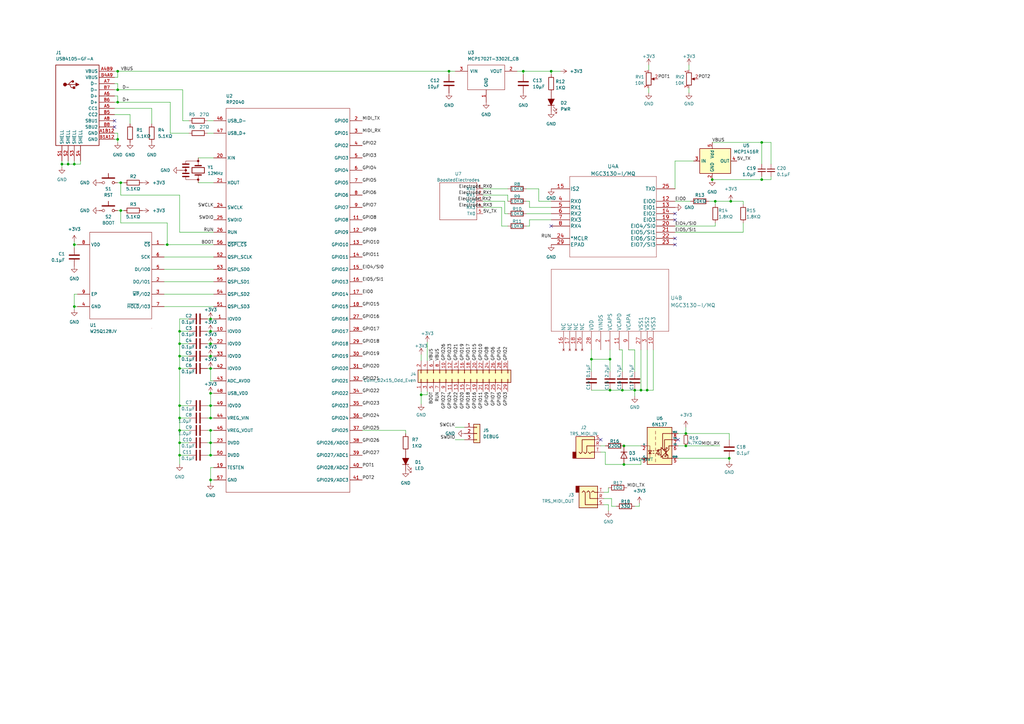
<source format=kicad_sch>
(kicad_sch (version 20211123) (generator eeschema)
  (paper "A3")
  (title_block (title "3ddie") (date "2022-10-30") (rev "1") (company "Jacob Smilg, Grant Miner, & Max Stopyra") (comment 1 "MGC3130 Based 3D Gesture MIDI Controller"))
  (junction (at 73.66 146.05))
  (junction (at 25.4 67.31))
  (junction (at 73.66 176.53))
  (junction (at 281.305 177.8))
  (junction (at 86.36 146.05))
  (junction (at 86.36 151.13))
  (junction (at 299.085 187.96))
  (junction (at 73.66 166.37))
  (junction (at 73.66 181.61))
  (junction (at 262.89 160.02))
  (junction (at 214.63 29.21))
  (junction (at 312.42 73.66))
  (junction (at 265.43 160.02))
  (junction (at 255.905 190.5))
  (junction (at 260.35 160.02))
  (junction (at 299.72 82.55))
  (junction (at 86.36 176.53))
  (junction (at 30.48 125.73))
  (junction (at 73.66 171.45))
  (junction (at 48.26 36.83))
  (junction (at 242.57 147.32))
  (junction (at 255.905 182.88))
  (junction (at 30.48 100.33))
  (junction (at 293.37 82.55))
  (junction (at 281.305 182.88))
  (junction (at 48.26 29.21))
  (junction (at 86.36 161.29))
  (junction (at 226.06 29.21))
  (junction (at 86.36 130.81))
  (junction (at 30.48 67.31))
  (junction (at 86.36 166.37))
  (junction (at 86.36 171.45))
  (junction (at 48.26 41.91))
  (junction (at 73.66 186.69))
  (junction (at 49.53 74.93))
  (junction (at 86.36 181.61))
  (junction (at 86.36 186.69))
  (junction (at 184.15 29.21))
  (junction (at 250.19 160.02))
  (junction (at 86.36 196.85))
  (junction (at 48.26 57.15))
  (junction (at 255.27 160.02))
  (junction (at 49.53 86.36))
  (junction (at 27.94 67.31))
  (junction (at 86.36 135.89))
  (junction (at 250.19 147.32))
  (junction (at 68.58 100.33))
  (junction (at 172.72 161.925))
  (junction (at 73.66 151.13))
  (junction (at 292.1 73.66))
  (junction (at 73.66 140.97))
  (junction (at 86.36 140.97))
  (junction (at 73.66 135.89))
  (junction (at 312.42 58.42))
  (no_connect (at 276.86 97.79))
  (no_connect (at 276.86 100.33))
  (no_connect (at 276.86 87.63))
  (no_connect (at 276.86 90.17))
  (no_connect (at 278.13 180.34))
  (no_connect (at 226.06 92.71))
  (no_connect (at 46.99 52.07))
  (no_connect (at 246.38 180.34))
  (no_connect (at 46.99 49.53))
  (wire (pts (xy 73.66 176.53) (xy 77.47 176.53)))
  (wire (pts (xy 25.4 68.58) (xy 25.4 67.31)))
  (wire (pts (xy 73.66 140.97) (xy 73.66 135.89)))
  (wire (pts (xy 172.72 161.925) (xy 172.72 165.735)))
  (wire (pts (xy 73.66 80.01) (xy 73.66 95.25)))
  (wire (pts (xy 260.35 207.645) (xy 262.255 207.645)))
  (wire (pts (xy 48.26 54.61) (xy 48.26 57.15)))
  (wire (pts (xy 87.63 130.81) (xy 86.36 130.81)))
  (wire (pts (xy 249.555 207.01) (xy 249.555 209.55)))
  (wire (pts (xy 278.13 182.88) (xy 281.305 182.88)))
  (wire (pts (xy 48.26 36.83) (xy 46.99 36.83)))
  (wire (pts (xy 220.98 77.47) (xy 220.98 82.55)))
  (wire (pts (xy 250.825 204.47) (xy 250.825 207.645)))
  (wire (pts (xy 73.66 190.5) (xy 73.66 186.69)))
  (wire (pts (xy 27.94 67.31) (xy 30.48 67.31)))
  (wire (pts (xy 49.53 74.93) (xy 49.53 80.01)))
  (wire (pts (xy 73.66 171.45) (xy 77.47 171.45)))
  (wire (pts (xy 266.065 36.195) (xy 266.065 38.1)))
  (wire (pts (xy 255.27 143.51) (xy 255.27 152.4)))
  (wire (pts (xy 172.72 145.415) (xy 172.72 147.955)))
  (wire (pts (xy 276.86 82.55) (xy 283.21 82.55)))
  (wire (pts (xy 74.93 49.53) (xy 77.47 49.53)))
  (wire (pts (xy 316.23 72.39) (xy 316.23 73.66)))
  (wire (pts (xy 255.905 182.88) (xy 262.89 182.88)))
  (wire (pts (xy 86.36 191.77) (xy 86.36 196.85)))
  (wire (pts (xy 278.13 187.96) (xy 299.085 187.96)))
  (wire (pts (xy 86.36 151.13) (xy 87.63 151.13)))
  (wire (pts (xy 49.53 86.36) (xy 50.8 86.36)))
  (wire (pts (xy 86.36 146.05) (xy 87.63 146.05)))
  (wire (pts (xy 175.26 161.925) (xy 172.72 161.925)))
  (wire (pts (xy 46.99 46.99) (xy 53.34 46.99)))
  (wire (pts (xy 292.1 73.66) (xy 312.42 73.66)))
  (wire (pts (xy 49.53 91.44) (xy 68.58 91.44)))
  (wire (pts (xy 86.36 135.89) (xy 87.63 135.89)))
  (wire (pts (xy 67.31 110.49) (xy 87.63 110.49)))
  (wire (pts (xy 226.06 85.09) (xy 217.17 85.09)))
  (wire (pts (xy 30.48 120.65) (xy 30.48 125.73)))
  (wire (pts (xy 316.23 73.66) (xy 312.42 73.66)))
  (wire (pts (xy 86.36 161.29) (xy 86.36 166.37)))
  (wire (pts (xy 175.26 140.335) (xy 175.26 147.955)))
  (wire (pts (xy 312.42 67.31) (xy 312.42 58.42)))
  (wire (pts (xy 62.23 44.45) (xy 62.23 50.8)))
  (wire (pts (xy 46.99 44.45) (xy 62.23 44.45)))
  (wire (pts (xy 86.36 186.69) (xy 87.63 186.69)))
  (wire (pts (xy 220.98 82.55) (xy 226.06 82.55)))
  (wire (pts (xy 73.66 146.05) (xy 77.47 146.05)))
  (wire (pts (xy 86.36 166.37) (xy 87.63 166.37)))
  (wire (pts (xy 86.36 171.45) (xy 87.63 171.45)))
  (wire (pts (xy 69.85 54.61) (xy 77.47 54.61)))
  (wire (pts (xy 25.4 66.04) (xy 25.4 67.31)))
  (wire (pts (xy 73.66 176.53) (xy 73.66 171.45)))
  (wire (pts (xy 212.09 29.21) (xy 214.63 29.21)))
  (wire (pts (xy 48.26 36.83) (xy 74.93 36.83)))
  (wire (pts (xy 198.12 82.55) (xy 207.01 82.55)))
  (wire (pts (xy 73.66 151.13) (xy 73.66 166.37)))
  (wire (pts (xy 281.305 177.8) (xy 299.085 177.8)))
  (wire (pts (xy 217.17 85.09) (xy 217.17 82.55)))
  (wire (pts (xy 175.26 160.655) (xy 175.26 161.925)))
  (wire (pts (xy 198.12 80.01) (xy 208.28 80.01)))
  (wire (pts (xy 250.19 143.51) (xy 250.19 147.32)))
  (wire (pts (xy 48.26 57.15) (xy 46.99 57.15)))
  (wire (pts (xy 30.48 125.73) (xy 30.48 127)))
  (wire (pts (xy 248.285 190.5) (xy 255.905 190.5)))
  (wire (pts (xy 254 143.51) (xy 255.27 143.51)))
  (wire (pts (xy 68.58 100.33) (xy 87.63 100.33)))
  (wire (pts (xy 48.26 41.91) (xy 69.85 41.91)))
  (wire (pts (xy 85.09 135.89) (xy 86.36 135.89)))
  (wire (pts (xy 247.65 207.01) (xy 249.555 207.01)))
  (wire (pts (xy 46.99 41.91) (xy 48.26 41.91)))
  (wire (pts (xy 73.66 95.25) (xy 87.63 95.25)))
  (wire (pts (xy 68.58 91.44) (xy 68.58 100.33)))
  (wire (pts (xy 73.66 140.97) (xy 77.47 140.97)))
  (wire (pts (xy 48.26 41.91) (xy 48.26 39.37)))
  (wire (pts (xy 48.26 57.15) (xy 48.26 58.42)))
  (wire (pts (xy 73.66 166.37) (xy 77.47 166.37)))
  (wire (pts (xy 73.66 135.89) (xy 77.47 135.89)))
  (wire (pts (xy 48.26 34.29) (xy 48.26 36.83)))
  (wire (pts (xy 246.38 182.88) (xy 248.285 182.88)))
  (wire (pts (xy 186.69 180.34) (xy 190.5 180.34)))
  (wire (pts (xy 293.37 82.55) (xy 293.37 83.82)))
  (wire (pts (xy 226.06 29.21) (xy 229.87 29.21)))
  (wire (pts (xy 31.75 125.73) (xy 30.48 125.73)))
  (wire (pts (xy 184.15 29.21) (xy 186.69 29.21)))
  (wire (pts (xy 249.555 201.93) (xy 249.555 200.025)))
  (wire (pts (xy 67.31 125.73) (xy 87.63 125.73)))
  (wire (pts (xy 248.285 185.42) (xy 246.38 185.42)))
  (wire (pts (xy 276.86 95.25) (xy 304.8 95.25)))
  (wire (pts (xy 69.85 41.91) (xy 69.85 54.61)))
  (wire (pts (xy 242.57 147.32) (xy 250.19 147.32)))
  (wire (pts (xy 73.66 135.89) (xy 73.66 130.81)))
  (wire (pts (xy 30.48 100.33) (xy 31.75 100.33)))
  (wire (pts (xy 49.53 86.36) (xy 49.53 91.44)))
  (wire (pts (xy 74.93 36.83) (xy 74.93 49.53)))
  (wire (pts (xy 85.09 166.37) (xy 86.36 166.37)))
  (wire (pts (xy 48.26 74.93) (xy 49.53 74.93)))
  (wire (pts (xy 46.99 29.21) (xy 48.26 29.21)))
  (wire (pts (xy 67.31 100.33) (xy 68.58 100.33)))
  (wire (pts (xy 46.99 34.29) (xy 48.26 34.29)))
  (wire (pts (xy 215.9 77.47) (xy 220.98 77.47)))
  (wire (pts (xy 30.48 66.04) (xy 30.48 67.31)))
  (wire (pts (xy 242.57 160.02) (xy 250.19 160.02)))
  (wire (pts (xy 267.97 143.51) (xy 267.97 160.02)))
  (wire (pts (xy 247.65 204.47) (xy 250.825 204.47)))
  (wire (pts (xy 242.57 147.32) (xy 242.57 143.51)))
  (wire (pts (xy 86.36 176.53) (xy 86.36 181.61)))
  (wire (pts (xy 247.65 201.93) (xy 249.555 201.93)))
  (wire (pts (xy 48.26 29.21) (xy 184.15 29.21)))
  (wire (pts (xy 276.86 77.47) (xy 276.86 66.04)))
  (wire (pts (xy 266.065 26.67) (xy 266.065 28.575)))
  (wire (pts (xy 262.89 190.5) (xy 262.89 187.96)))
  (wire (pts (xy 250.19 160.02) (xy 255.27 160.02)))
  (wire (pts (xy 73.66 181.61) (xy 73.66 176.53)))
  (wire (pts (xy 281.305 175.26) (xy 281.305 177.8)))
  (wire (pts (xy 255.27 160.02) (xy 260.35 160.02)))
  (wire (pts (xy 184.15 30.48) (xy 184.15 29.21)))
  (wire (pts (xy 262.89 143.51) (xy 262.89 160.02)))
  (wire (pts (xy 276.86 92.71) (xy 293.37 92.71)))
  (wire (pts (xy 217.17 90.17) (xy 217.17 92.71)))
  (wire (pts (xy 48.26 29.21) (xy 48.26 31.75)))
  (wire (pts (xy 67.31 120.65) (xy 87.63 120.65)))
  (wire (pts (xy 248.285 190.5) (xy 248.285 185.42)))
  (wire (pts (xy 265.43 143.51) (xy 265.43 160.02)))
  (wire (pts (xy 316.23 67.31) (xy 316.23 58.42)))
  (wire (pts (xy 49.53 80.01) (xy 73.66 80.01)))
  (wire (pts (xy 186.69 175.26) (xy 190.5 175.26)))
  (wire (pts (xy 299.085 177.8) (xy 299.085 180.34)))
  (wire (pts (xy 30.48 99.06) (xy 30.48 100.33)))
  (wire (pts (xy 265.43 160.02) (xy 262.89 160.02)))
  (wire (pts (xy 31.75 120.65) (xy 30.48 120.65)))
  (wire (pts (xy 304.8 91.44) (xy 304.8 95.25)))
  (wire (pts (xy 87.63 176.53) (xy 86.36 176.53)))
  (wire (pts (xy 260.35 162.56) (xy 260.35 160.02)))
  (wire (pts (xy 260.35 143.51) (xy 260.35 152.4)))
  (wire (pts (xy 281.305 182.88) (xy 295.275 182.88)))
  (wire (pts (xy 293.37 91.44) (xy 293.37 92.71)))
  (wire (pts (xy 85.09 186.69) (xy 86.36 186.69)))
  (wire (pts (xy 48.26 31.75) (xy 46.99 31.75)))
  (wire (pts (xy 276.86 66.04) (xy 284.48 66.04)))
  (wire (pts (xy 85.09 181.61) (xy 86.36 181.61)))
  (wire (pts (xy 86.36 196.85) (xy 86.36 198.12)))
  (wire (pts (xy 33.02 67.31) (xy 33.02 66.04)))
  (wire (pts (xy 278.13 177.8) (xy 281.305 177.8)))
  (wire (pts (xy 85.09 176.53) (xy 86.36 176.53)))
  (wire (pts (xy 30.48 67.31) (xy 33.02 67.31)))
  (wire (pts (xy 48.26 39.37) (xy 46.99 39.37)))
  (wire (pts (xy 226.06 29.21) (xy 226.06 30.48)))
  (wire (pts (xy 46.99 54.61) (xy 48.26 54.61)))
  (wire (pts (xy 166.37 177.8) (xy 166.37 176.53)))
  (wire (pts (xy 86.36 140.97) (xy 87.63 140.97)))
  (wire (pts (xy 208.28 80.01) (xy 208.28 82.55)))
  (wire (pts (xy 81.28 74.93) (xy 87.63 74.93)))
  (wire (pts (xy 242.57 147.32) (xy 242.57 152.4)))
  (wire (pts (xy 53.34 46.99) (xy 53.34 50.8)))
  (wire (pts (xy 207.01 82.55) (xy 207.01 87.63)))
  (wire (pts (xy 267.97 160.02) (xy 265.43 160.02)))
  (wire (pts (xy 226.06 90.17) (xy 217.17 90.17)))
  (wire (pts (xy 290.83 82.55) (xy 293.37 82.55)))
  (wire (pts (xy 73.66 186.69) (xy 77.47 186.69)))
  (wire (pts (xy 262.255 206.375) (xy 262.255 207.645)))
  (wire (pts (xy 48.26 86.36) (xy 49.53 86.36)))
  (wire (pts (xy 257.81 143.51) (xy 260.35 143.51)))
  (wire (pts (xy 85.09 146.05) (xy 86.36 146.05)))
  (wire (pts (xy 214.63 29.21) (xy 214.63 30.48)))
  (wire (pts (xy 250.19 147.32) (xy 250.19 152.4)))
  (wire (pts (xy 86.36 151.13) (xy 86.36 156.21)))
  (wire (pts (xy 312.42 72.39) (xy 312.42 73.66)))
  (wire (pts (xy 86.36 181.61) (xy 86.36 186.69)))
  (wire (pts (xy 86.36 166.37) (xy 86.36 171.45)))
  (wire (pts (xy 73.66 181.61) (xy 77.47 181.61)))
  (wire (pts (xy 87.63 196.85) (xy 86.36 196.85)))
  (wire (pts (xy 205.74 85.09) (xy 198.12 85.09)))
  (wire (pts (xy 86.36 156.21) (xy 87.63 156.21)))
  (wire (pts (xy 73.66 151.13) (xy 77.47 151.13)))
  (wire (pts (xy 304.8 83.82) (xy 304.8 82.55)))
  (wire (pts (xy 260.35 160.02) (xy 262.89 160.02)))
  (wire (pts (xy 299.085 187.96) (xy 299.085 189.23)))
  (wire (pts (xy 148.59 176.53) (xy 166.37 176.53)))
  (wire (pts (xy 217.17 92.71) (xy 215.9 92.71)))
  (wire (pts (xy 293.37 82.55) (xy 299.72 82.55)))
  (wire (pts (xy 73.66 186.69) (xy 73.66 181.61)))
  (wire (pts (xy 25.4 67.31) (xy 27.94 67.31)))
  (wire (pts (xy 282.575 26.67) (xy 282.575 28.575)))
  (wire (pts (xy 85.09 130.81) (xy 86.36 130.81)))
  (wire (pts (xy 49.53 74.93) (xy 50.8 74.93)))
  (wire (pts (xy 87.63 191.77) (xy 86.36 191.77)))
  (wire (pts (xy 27.94 66.04) (xy 27.94 67.31)))
  (wire (pts (xy 172.72 160.655) (xy 172.72 161.925)))
  (wire (pts (xy 312.42 58.42) (xy 292.1 58.42)))
  (wire (pts (xy 198.12 77.47) (xy 208.28 77.47)))
  (wire (pts (xy 85.09 49.53) (xy 87.63 49.53)))
  (wire (pts (xy 73.66 171.45) (xy 73.66 166.37)))
  (wire (pts (xy 67.31 115.57) (xy 87.63 115.57)))
  (wire (pts (xy 207.01 87.63) (xy 208.28 87.63)))
  (wire (pts (xy 86.36 181.61) (xy 87.63 181.61)))
  (wire (pts (xy 316.23 58.42) (xy 312.42 58.42)))
  (wire (pts (xy 85.09 140.97) (xy 86.36 140.97)))
  (wire (pts (xy 214.63 29.21) (xy 226.06 29.21)))
  (wire (pts (xy 205.74 92.71) (xy 205.74 85.09)))
  (wire (pts (xy 73.66 146.05) (xy 73.66 140.97)))
  (wire (pts (xy 217.17 82.55) (xy 215.9 82.55)))
  (wire (pts (xy 73.66 151.13) (xy 73.66 146.05)))
  (wire (pts (xy 86.36 161.29) (xy 87.63 161.29)))
  (wire (pts (xy 250.825 207.645) (xy 252.73 207.645)))
  (wire (pts (xy 208.28 92.71) (xy 205.74 92.71)))
  (wire (pts (xy 85.09 54.61) (xy 87.63 54.61)))
  (wire (pts (xy 85.09 151.13) (xy 86.36 151.13)))
  (wire (pts (xy 30.48 101.6) (xy 30.48 100.33)))
  (wire (pts (xy 282.575 36.195) (xy 282.575 38.1)))
  (wire (pts (xy 304.8 82.55) (xy 299.72 82.55)))
  (wire (pts (xy 85.09 171.45) (xy 86.36 171.45)))
  (wire (pts (xy 73.66 130.81) (xy 77.47 130.81)))
  (wire (pts (xy 81.28 64.77) (xy 87.63 64.77)))
  (wire (pts (xy 215.9 87.63) (xy 226.06 87.63)))
  (wire (pts (xy 255.905 190.5) (xy 262.89 190.5)))
  (wire (pts (xy 67.31 105.41) (xy 87.63 105.41)))
  (label "SWDIO" (at 186.69 180.34 180))
  (label "GPIO10" (at 198.12 147.955 90))
  (label "VBUS" (at 177.8 147.955 90))
  (label "GPIO9" (at 148.59 95.25 0))
  (label "GPIO15" (at 195.58 147.955 90))
  (label "GPIO9" (at 200.66 160.655 270))
  (label "GPIO3" (at 148.59 64.77 0))
  (label "GPIO11" (at 198.12 160.655 270))
  (label "MIDI_RX" (at 148.59 54.61 0))
  (label "EIO5{slash}SI1" (at 276.86 95.25 0))
  (label "GPIO7" (at 148.59 85.09 0))
  (label "VBUS" (at 292.1 58.42 0))
  (label "POT2" (at 148.59 196.85 0))
  (label "5V_TX" (at 198.12 87.63 0))
  (label "Electrode_RX3" (at 201.93 85.09 180))
  (label "VBUS" (at 180.34 147.955 90))
  (label "GPIO10" (at 148.59 100.33 0))
  (label "RUN" (at 180.34 160.655 270))
  (label "GPIO6" (at 148.59 80.01 0))
  (label "Electrode_RX1" (at 201.8667 80.01 180))
  (label "GPIO15" (at 148.59 125.73 0))
  (label "GPIO20" (at 190.5 160.655 270))
  (label "RUN" (at 87.63 95.25 180))
  (label "EIO0" (at 148.59 120.65 0))
  (label "GPIO24" (at 185.42 160.655 270))
  (label "EIO5{slash}SI1" (at 148.59 115.57 0))
  (label "MIDI_RX" (at 295.275 182.88 180))
  (label "POT1" (at 148.59 191.77 0))
  (label "GPIO17" (at 193.04 147.955 90))
  (label "SWCLK" (at 186.69 175.26 180))
  (label "GPIO24" (at 148.59 171.45 0))
  (label "GPIO21" (at 187.96 147.955 90))
  (label "GPIO2" (at 208.28 147.955 90))
  (label "GPIO23" (at 185.42 147.955 90))
  (label "MIDI_TX" (at 257.175 200.025 0))
  (label "GPIO3" (at 208.28 160.655 270))
  (label "VBUS" (at 49.53 29.21 0))
  (label "GPIO23" (at 148.59 166.37 0))
  (label "GPIO8" (at 148.59 90.17 0))
  (label "EIO0" (at 276.86 82.55 0))
  (label "GPIO27" (at 148.59 186.69 0))
  (label "GPIO6" (at 203.2 147.955 90))
  (label "GPIO17" (at 148.59 135.89 0))
  (label "GPIO22" (at 148.59 161.29 0))
  (label "EIO4{slash}SI0" (at 276.86 92.71 0))
  (label "D-" (at 50.165 36.83 0))
  (label "GPIO26" (at 148.59 181.61 0))
  (label "GPIO5" (at 205.74 160.655 270))
  (label "GPIO21" (at 148.59 156.21 0))
  (label "Electrode_RX2" (at 201.5449 82.55 180))
  (label "BOOT" (at 177.8 160.655 270))
  (label "RUN" (at 226.06 97.79 180))
  (label "GPIO16" (at 195.58 160.655 270))
  (label "GPIO18" (at 193.04 160.655 270))
  (label "GPIO27" (at 182.88 160.655 270))
  (label "GPIO4" (at 148.59 69.85 0))
  (label "GPIO4" (at 205.74 147.955 90))
  (label "SWDIO" (at 87.63 90.17 180))
  (label "GPIO5" (at 148.59 74.93 0))
  (label "GPIO22" (at 187.96 160.655 270))
  (label "GPIO8" (at 200.66 147.955 90))
  (label "BOOT" (at 87.63 100.33 180))
  (label "GPIO2" (at 148.59 59.69 0))
  (label "POT1" (at 269.875 32.385 0))
  (label "GPIO19" (at 190.5 147.955 90))
  (label "GPIO7" (at 203.2 160.655 270))
  (label "GPIO18" (at 148.59 140.97 0))
  (label "GPIO16" (at 148.59 130.81 0))
  (label "GPIO26" (at 182.88 147.955 90))
  (label "Electrode_RX0" (at 201.93 77.47 180))
  (label "GPIO20" (at 148.59 151.13 0))
  (label "POT2" (at 286.385 32.385 0))
  (label "5V_TX" (at 302.26 66.04 0))
  (label "D+" (at 50.165 41.91 0))
  (label "EIO4{slash}SI0" (at 148.59 110.49 0))
  (label "GPIO25" (at 148.59 176.53 0))
  (label "SWCLK" (at 87.63 85.09 180))
  (label "GPIO19" (at 148.59 146.05 0))
  (label "GPIO11" (at 148.59 105.41 0))
  (label "MIDI_TX" (at 148.59 49.53 0))
  (symbol (lib_id "3ddie:BoostedElectrodes") (at 187.96 74.93 0) (unit 1) (in_bom no) (on_board no)
    (property "Reference" "U7" (at 187.96 71.281 0))
    (property "Value" "BoostedElectrodes" (at 187.96 73.8179 0))
  )
  (symbol (lib_id "Connector_Generic:Conn_02x15_Odd_Even") (at 190.5 155.575 90) (unit 1)
    (property "Reference" "J4" (at 170.688 153.4703 90) (effects (justify left)))
    (property "Value" "Conn_02x15_Odd_Even" (at 170.688 156.0072 90) (effects (justify left)))
    (property "Footprint" "Connector_IDC:IDC-Header_2x15_P2.54mm_Horizontal" (effects hide))
    (property "Datasheet" "https://app.adam-tech.com/products/download/data_sheet/203217/bhr-xx-hua-data-sheet.pdf" (effects hide))
    (property "Digikey Catalog #" "2057-BHR-30-HUA-ND" (effects hide))
    (property "Manufacturer Part #" "BHR-30-HUA" (effects hide))
  )
  (symbol (lib_id "Device:R") (at 62.23 54.61 0) (unit 1)
    (property "Reference" "R4" (at 64.77 53.3399 0) (effects (justify left)))
    (property "Value" "5.1KΩ" (at 64.77 55.8799 0) (effects (justify left)))
    (property "Footprint" "Resistor_SMD:R_0603_1608Metric" (effects hide))
    (property "Digikey Catalog #" "P5.10KHCT-ND" (effects hide))
    (property "Manufacturer Part #" "ERJ-3EKF5101V" (effects hide))
  )
  (symbol (lib_id "Device:R") (at 226.06 34.29 0) (unit 1)
    (property "Reference" "R12" (at 227.838 33.4553 0) (effects (justify left)))
    (property "Value" "1KΩ" (at 227.838 35.9922 0) (effects (justify left)))
    (property "Footprint" "Resistor_SMD:R_0603_1608Metric" (effects hide))
    (property "Digikey Catalog #" "311-1.00KHRCT-ND" (effects hide))
    (property "Manufacturer Part #" "RC0603FR-071KL" (effects hide))
  )
  (symbol (lib_id "power:GND") (at 86.36 198.12 0) (unit 1)
    (property "Reference" "#PWR020" (effects hide))
    (property "Value" "GND" (at 86.36 203.2 0))
  )
  (symbol (lib_id "Device:R_Potentiometer") (at 282.575 32.385 0) (unit 1)
    (property "Reference" "RV2" (at 280.797 31.5503 0) (effects (justify right)))
    (property "Value" "10K" (at 280.797 34.0872 0) (effects (justify right)))
    (property "Footprint" "3ddie:PDB12-H4251-103BF" (effects hide))
    (property "Datasheet" "https://www.bourns.com/docs/Product-Datasheets/PDB12.pdf" (effects hide))
    (property "Digikey Catalog #" "PDB12-H4251-103BF-ND" (effects hide))
    (property "Manufacturer Part #" "PDB12-H4251-103BF" (effects hide))
  )
  (symbol (lib_id "Driver_FET:MCP1416R") (at 292.1 66.04 0) (unit 1)
    (property "Reference" "U5" (at 306.07 59.69 0))
    (property "Value" "MCP1416R" (at 306.07 62.23 0))
    (property "Footprint" "Package_TO_SOT_SMD:SOT-23-5" (effects hide))
    (property "Datasheet" "http://ww1.microchip.com/downloads/en/DeviceDoc/20002092F.pdf" (effects hide))
    (property "Digikey Catalog #" "MCP1416RT-E/OTCT-ND" (effects hide))
    (property "Manufacturer Part #" "MCP1416RT-E/OT" (effects hide))
  )
  (symbol (lib_id "Device:C") (at 81.28 186.69 270) (unit 1)
    (property "Reference" "C11" (at 78.74 185.42 90) (effects (justify right)))
    (property "Value" "0.1μF" (at 80.01 187.96 90) (effects (justify right)))
    (property "Footprint" "Capacitor_SMD:C_0402_1005Metric" (effects hide))
    (property "Digikey Catalog #" "1292-1366-1-ND" (effects hide))
    (property "Manufacturer Part #" "0402X104K500CT" (effects hide))
  )
  (symbol (lib_id "Device:C") (at 260.35 156.21 180) (unit 1)
    (property "Reference" "C17" (at 259.08 160.02 90) (effects (justify right)))
    (property "Value" "4.7μF" (at 259.08 154.94 90) (effects (justify right)))
    (property "Footprint" "Capacitor_SMD:C_0603_1608Metric" (effects hide))
    (property "Digikey Catalog #" "490-7203-1-ND" (effects hide))
    (property "Manufacturer Part #" "GRM188R61E475KE11D" (effects hide))
  )
  (symbol (lib_id "Device:C") (at 81.28 130.81 270) (unit 1)
    (property "Reference" "C2" (at 78.74 129.54 90) (effects (justify right)))
    (property "Value" "0.1μF" (at 80.01 132.08 90) (effects (justify right)))
    (property "Footprint" "Capacitor_SMD:C_0402_1005Metric" (effects hide))
    (property "Digikey Catalog #" "1292-1366-1-ND" (effects hide))
    (property "Manufacturer Part #" "0402X104K500CT" (effects hide))
  )
  (symbol (lib_id "Device:R") (at 253.365 200.025 90) (unit 1)
    (property "Reference" "R17" (at 253.365 198.12 90))
    (property "Value" "10Ω" (at 253.365 200.025 90))
    (property "Footprint" "Resistor_SMD:R_0603_1608Metric" (effects hide))
    (property "Digikey Catalog #" "13-RC0603FR-1010RLCT-ND" (effects hide))
    (property "Manufacturer Part #" "RC0603FR-1010RL" (effects hide))
  )
  (symbol (lib_id "Device:LED_Filled") (at 166.37 189.23 90) (unit 1)
    (property "Reference" "D1" (at 170.18 189.5474 90) (effects (justify right)))
    (property "Value" "LED" (at 170.18 192.0874 90) (effects (justify right)))
    (property "Footprint" "LED_SMD:LED_0805_2012Metric" (effects hide))
    (property "Digikey Catalog #" "160-1887-1-ND" (effects hide))
    (property "Manufacturer Part #" "LTST-C170TGKT" (effects hide))
  )
  (symbol (lib_id "Device:C") (at 30.48 105.41 0) (mirror x) (unit 1)
    (property "Reference" "C1" (at 26.67 104.1399 0) (effects (justify right)))
    (property "Value" "0.1μF" (at 26.67 106.6799 0) (effects (justify right)))
    (property "Footprint" "Capacitor_SMD:C_0603_1608Metric" (effects hide))
    (property "Digikey Catalog #" "1276-1033-1-ND" (effects hide))
    (property "Manufacturer Part #" "CL10B104JB8NNNC" (effects hide))
  )
  (symbol (lib_id "power:GND") (at 53.34 58.42 0) (unit 1)
    (property "Reference" "#PWR08" (effects hide))
    (property "Value" "GND" (at 53.34 63.5 0))
  )
  (symbol (lib_id "Device:R") (at 166.37 181.61 0) (unit 1)
    (property "Reference" "R7" (at 168.91 180.3399 0) (effects (justify left)))
    (property "Value" "1KΩ" (at 168.91 182.8799 0) (effects (justify left)))
    (property "Footprint" "Resistor_SMD:R_0603_1608Metric" (effects hide))
    (property "Digikey Catalog #" "311-1.00KHRCT-ND" (effects hide))
    (property "Manufacturer Part #" "RC0603FR-071KL" (effects hide))
  )
  (symbol (lib_id "power:GND") (at 276.86 85.09 90) (unit 1)
    (property "Reference" "#PWR030" (effects hide))
    (property "Value" "GND" (at 280.67 85.0899 90) (effects (justify right)))
  )
  (symbol (lib_id "Device:R") (at 54.61 74.93 90) (unit 1)
    (property "Reference" "R2" (at 54.61 72.39 90))
    (property "Value" "5.1KΩ" (at 54.61 77.47 90))
    (property "Footprint" "Resistor_SMD:R_0603_1608Metric" (effects hide))
    (property "Digikey Catalog #" "P5.10KHCT-ND" (effects hide))
    (property "Manufacturer Part #" "ERJ-3EKF5101V" (effects hide))
  )
  (symbol (lib_id "power:+3V3") (at 58.42 86.36 270) (unit 1)
    (property "Reference" "#PWR010" (effects hide))
    (property "Value" "+3V3" (at 62.484 86.3599 90) (effects (justify left)))
  )
  (symbol (lib_id "power:GND") (at 40.64 86.36 270) (unit 1)
    (property "Reference" "#PWR06" (effects hide))
    (property "Value" "GND" (at 36.83 86.3599 90) (effects (justify right)))
  )
  (symbol (lib_id "power:+3V3") (at 229.87 29.21 270) (unit 1)
    (property "Reference" "#PWR028" (effects hide))
    (property "Value" "+3V3" (at 233.68 29.2099 90) (effects (justify left)))
  )
  (symbol (lib_id "power:GND") (at 40.64 74.93 270) (unit 1)
    (property "Reference" "#PWR05" (effects hide))
    (property "Value" "GND" (at 36.83 74.9299 90) (effects (justify right)))
  )
  (symbol (lib_id "power:GND") (at 30.48 109.22 0) (unit 1)
    (property "Reference" "#PWR03" (effects hide))
    (property "Value" "GND" (at 30.48 114.3 0))
  )
  (symbol (lib_id "power:GND") (at 199.39 41.91 0) (unit 1)
    (property "Reference" "#PWR023" (effects hide))
    (property "Value" "GND" (at 199.39 46.99 0))
  )
  (symbol (lib_id "power:GND") (at 249.555 209.55 0) (unit 1)
    (property "Reference" "#PWR033" (effects hide))
    (property "Value" "GND" (at 249.555 213.9934 0))
  )
  (symbol (lib_id "Connector:AudioJack3") (at 242.57 204.47 0) (mirror x) (unit 1)
    (property "Reference" "J3" (at 235.4581 203.0003 0) (effects (justify right)))
    (property "Value" "TRS_MIDI_OUT" (at 235.4581 205.5372 0) (effects (justify right)))
    (property "Footprint" "Connector_Audio:Jack_3.5mm_CUI_SJ1-3533NG_Horizontal" (effects hide))
    (property "Datasheet" "https://www.cuidevices.com/product/resource/sj1-353xng.pdf" (effects hide))
    (property "Digikey Catalog #" "CP1-3533NG-ND" (effects hide))
    (property "Manufacturer Part #" "SJ1-3533NG" (effects hide))
  )
  (symbol (lib_id "power:+3V3") (at 86.36 135.89 0) (unit 1)
    (property "Reference" "#PWR015" (effects hide))
    (property "Value" "+3V3" (at 86.36 132.08 0))
  )
  (symbol (lib_id "power:GND") (at 292.1 73.66 0) (unit 1)
    (property "Reference" "#PWR031" (effects hide))
    (property "Value" "GND" (at 292.1 78.74 0))
  )
  (symbol (lib_id "power:+3V3") (at 30.48 99.06 0) (unit 1)
    (property "Reference" "#PWR02" (effects hide))
    (property "Value" "+3V3" (at 30.48 93.98 0))
  )
  (symbol (lib_id "Connector:AudioJack3") (at 241.3 182.88 0) (unit 1)
    (property "Reference" "J2" (at 239.395 175.3702 0))
    (property "Value" "TRS_MIDI_IN" (at 239.395 177.9071 0))
    (property "Footprint" "Connector_Audio:Jack_3.5mm_CUI_SJ1-3533NG_Horizontal" (effects hide))
    (property "Datasheet" "https://www.cuidevices.com/product/resource/sj1-353xng.pdf" (effects hide))
    (property "Digikey Catalog #" "CP1-3533NG-ND" (effects hide))
    (property "Manufacturer Part #" "SJ1-3533NG" (effects hide))
  )
  (symbol (lib_id "Device:R") (at 293.37 87.63 0) (unit 1)
    (property "Reference" "R14" (at 294.64 86.36 0) (effects (justify left)))
    (property "Value" "1.8KΩ" (at 294.64 88.9 0) (effects (justify left)))
    (property "Footprint" "Resistor_SMD:R_0603_1608Metric" (effects hide))
    (property "Digikey Catalog #" "311-1.80KHRCT-ND" (effects hide))
    (property "Manufacturer Part #" "RC0603FR-071K8L" (effects hide))
  )
  (symbol (lib_id "Device:C") (at 81.28 176.53 270) (unit 1)
    (property "Reference" "C9" (at 78.74 175.26 90) (effects (justify right)))
    (property "Value" "1.0μF" (at 78.74 177.8 90) (effects (justify right)))
    (property "Footprint" "Capacitor_SMD:C_0402_1005Metric" (effects hide))
    (property "Digikey Catalog #" "1276-6796-1-ND" (effects hide))
    (property "Manufacturer Part #" "CL05A105KL5NRNC" (effects hide))
  )
  (symbol (lib_id "Device:C") (at 81.28 151.13 270) (unit 1)
    (property "Reference" "C6" (at 78.74 149.86 90) (effects (justify right)))
    (property "Value" "0.1μF" (at 80.01 152.4 90) (effects (justify right)))
    (property "Footprint" "Capacitor_SMD:C_0402_1005Metric" (effects hide))
    (property "Digikey Catalog #" "1292-1366-1-ND" (effects hide))
    (property "Manufacturer Part #" "0402X104K500CT" (effects hide))
  )
  (symbol (lib_id "power:GND") (at 48.26 58.42 0) (unit 1)
    (property "Reference" "#PWR07" (effects hide))
    (property "Value" "GND" (at 48.26 63.5 0))
  )
  (symbol (lib_id "power:GND") (at 226.06 45.72 0) (unit 1)
    (property "Reference" "#PWR025" (effects hide))
    (property "Value" "GND" (at 226.06 50.8 0))
  )
  (symbol (lib_id "Device:R") (at 256.54 207.645 90) (unit 1)
    (property "Reference" "R18" (at 256.54 205.74 90))
    (property "Value" "33Ω" (at 256.54 207.645 90))
    (property "Footprint" "Resistor_SMD:R_0603_1608Metric" (effects hide))
    (property "Digikey Catalog #" "311-33.0HRCT-ND" (effects hide))
    (property "Manufacturer Part #" "RC0603FR-0733RL" (effects hide))
  )
  (symbol (lib_id "power:+3V3") (at 266.065 26.67 0) (unit 1)
    (property "Reference" "#PWR034" (effects hide))
    (property "Value" "+3V3" (at 266.065 23.0942 0))
  )
  (symbol (lib_name "MGC3130-I{brace}slash}MQ_1") (lib_id "3ddie:MGC3130-I{brace}slash}MQ") (at 231.14 143.51 90) (unit 2)
    (property "Reference" "U4" (at 275.0185 122.2138 90) (effects (font (size 1.524 1.524)) (justify right)))
    (property "Value" "MGC3130-I/MQ" (at 275.0185 125.2072 90) (effects (font (size 1.524 1.524)) (justify right)))
    (property "Footprint" "3ddie:MGC3130-I_MQ" (effects hide))
    (property "Datasheet" "https://ww1.microchip.com/downloads/en/DeviceDoc/MGC3030-3130-3D-Tracking-and-Gesture-Controller-40001667F.pdf" (effects hide))
    (property "Digikey Catalog #" "MGC3130-I/MQ-ND" (effects hide))
    (property "Manufacturer Part #" "MGC3130-I/MQ" (effects hide))
  )
  (symbol (lib_id "Eclectronics:Crystal") (at 81.28 69.85 270) (unit 1)
    (property "Reference" "Y1" (at 85.09 68.58 90) (effects (justify left)))
    (property "Value" "12MHz" (at 85.09 71.12 90) (effects (justify left)))
    (property "Footprint" "Eclectronics:CSTNE" (effects hide))
    (property "Datasheet" "https://www.murata.com/en/products/productdata/8801162002462/SPEC-CSTNE12M0G55A000R0.pdf" (effects hide))
    (property "Digikey Catalog #" "490-17944-1-ND" (effects hide))
    (property "Manufacturer Part #" "CSTNE12M0G55A000R0" (effects hide))
  )
  (symbol (lib_id "Device:C_Small") (at 312.42 69.85 0) (mirror y) (unit 1)
    (property "Reference" "C19" (at 310.0959 69.0216 0) (effects (justify left)))
    (property "Value" "1.0μF" (at 310.0959 71.5585 0) (effects (justify left)))
    (property "Footprint" "Capacitor_SMD:C_0603_1608Metric" (effects hide))
    (property "Digikey Catalog #" "1276-1184-1-ND" (effects hide))
    (property "Manufacturer Part #" "CL10B105KA8NNNC" (effects hide))
  )
  (symbol (lib_id "power:GND") (at 226.06 77.47 0) (unit 1)
    (property "Reference" "#PWR026" (effects hide))
    (property "Value" "GND" (at 226.06 81.28 0))
  )
  (symbol (lib_id "Eclectronics:SW") (at 44.45 74.93 270) (unit 1)
    (property "Reference" "S1" (at 44.45 77.47 90))
    (property "Value" "RST" (at 44.45 80.01 90))
    (property "Footprint" "Eclectronics:TL3301AFxxxxJ" (effects hide))
    (property "Datasheet" "https://www.ckswitches.com/media/1465/kxt3.pdf" (effects hide))
    (property "Digikey Catalog #" "EG4374CT-ND" (effects hide))
    (property "Manufacturer Part #" "TL3301AF160QJ" (effects hide))
  )
  (symbol (lib_id "Device:C") (at 184.15 34.29 0) (mirror x) (unit 1)
    (property "Reference" "C12" (at 180.34 33.0199 0) (effects (justify right)))
    (property "Value" "10µF" (at 180.34 35.5599 0) (effects (justify right)))
    (property "Footprint" "Capacitor_SMD:C_0603_1608Metric" (effects hide))
    (property "Digikey Catalog #" "490-18214-1-ND" (effects hide))
    (property "Manufacturer Part #" "GRM188R61E106KA73D" (effects hide))
  )
  (symbol (lib_id "Device:C") (at 250.19 156.21 180) (unit 1)
    (property "Reference" "C15" (at 248.92 160.02 90) (effects (justify right)))
    (property "Value" "2.2μF" (at 248.92 154.94 90) (effects (justify right)))
    (property "Footprint" "Capacitor_SMD:C_0603_1608Metric" (effects hide))
    (property "Digikey Catalog #" "490-10731-1-ND" (effects hide))
    (property "Manufacturer Part #" "GRM188R61E225KA12D" (effects hide))
  )
  (symbol (lib_id "Eclectronics:SW") (at 44.45 86.36 270) (unit 1)
    (property "Reference" "S2" (at 44.45 88.9 90))
    (property "Value" "BOOT" (at 44.45 91.44 90))
    (property "Footprint" "Eclectronics:TL3301AFxxxxJ" (effects hide))
    (property "Datasheet" "https://www.ckswitches.com/media/1465/kxt3.pdf" (effects hide))
    (property "Digikey Catalog #" "EG4374CT-ND" (effects hide))
    (property "Manufacturer Part #" "TL3301AF160QJ" (effects hide))
  )
  (symbol (lib_id "Device:R") (at 212.09 87.63 90) (unit 1)
    (property "Reference" "R10" (at 212.09 85.725 90))
    (property "Value" "10KΩ" (at 212.09 87.63 90))
    (property "Footprint" "Resistor_SMD:R_0603_1608Metric" (effects hide))
    (property "Digikey Catalog #" "CR0603-FX-1002ELFCT-ND" (effects hide))
    (property "Manufacturer Part #" "CR0603-FX-1002ELF" (effects hide))
  )
  (symbol (lib_id "power:+3V3") (at 86.36 151.13 0) (unit 1)
    (property "Reference" "#PWR018" (effects hide))
    (property "Value" "+3V3" (at 86.36 147.32 0))
  )
  (symbol (lib_id "power:GND") (at 299.085 189.23 0) (unit 1)
    (property "Reference" "#PWR036" (effects hide))
    (property "Value" "GND" (at 299.085 193.6734 0))
  )
  (symbol (lib_id "power:GND") (at 282.575 38.1 0) (unit 1)
    (property "Reference" "#PWR038" (effects hide))
    (property "Value" "GND" (at 282.575 42.5434 0))
  )
  (symbol (lib_id "power:+3V3") (at 86.36 161.29 0) (unit 1)
    (property "Reference" "#PWR019" (effects hide))
    (property "Value" "+3V3" (at 86.36 157.48 0))
  )
  (symbol (lib_id "power:GND") (at 166.37 193.04 0) (unit 1)
    (property "Reference" "#PWR021" (effects hide))
    (property "Value" "GND" (at 166.37 198.12 0))
  )
  (symbol (lib_id "power:GND") (at 184.15 38.1 0) (unit 1)
    (property "Reference" "#PWR022" (effects hide))
    (property "Value" "GND" (at 184.15 43.18 0))
  )
  (symbol (lib_id "Device:R") (at 53.34 54.61 0) (unit 1)
    (property "Reference" "R1" (at 55.88 53.3399 0) (effects (justify left)))
    (property "Value" "5.1KΩ" (at 55.88 55.8799 0) (effects (justify left)))
    (property "Footprint" "Resistor_SMD:R_0603_1608Metric" (effects hide))
    (property "Digikey Catalog #" "P5.10KHCT-ND" (effects hide))
    (property "Manufacturer Part #" "ERJ-3EKF5101V" (effects hide))
  )
  (symbol (lib_id "power:+3V3") (at 86.36 140.97 0) (unit 1)
    (property "Reference" "#PWR016" (effects hide))
    (property "Value" "+3V3" (at 86.36 137.16 0))
  )
  (symbol (lib_id "Device:R") (at 212.09 92.71 90) (unit 1)
    (property "Reference" "R11" (at 212.09 90.805 90))
    (property "Value" "10KΩ" (at 212.09 92.71 90))
    (property "Footprint" "Resistor_SMD:R_0603_1608Metric" (effects hide))
    (property "Digikey Catalog #" "CR0603-FX-1002ELFCT-ND" (effects hide))
    (property "Manufacturer Part #" "CR0603-FX-1002ELF" (effects hide))
  )
  (symbol (lib_id "power:GND") (at 260.35 162.56 0) (unit 1)
    (property "Reference" "#PWR029" (effects hide))
    (property "Value" "GND" (at 260.35 167.0034 0))
  )
  (symbol (lib_id "power:GND") (at 172.72 165.735 0) (unit 1)
    (property "Reference" "#PWR0103" (effects hide))
    (property "Value" "GND" (at 172.72 170.1784 0))
  )
  (symbol (lib_id "power:GND") (at 25.4 68.58 0) (unit 1)
    (property "Reference" "#PWR01" (effects hide))
    (property "Value" "GND" (at 25.4 73.66 0))
  )
  (symbol (lib_id "power:GND") (at 62.23 58.42 0) (unit 1)
    (property "Reference" "#PWR011" (effects hide))
    (property "Value" "GND" (at 62.23 63.5 0))
  )
  (symbol (lib_id "Device:C") (at 81.28 135.89 270) (unit 1)
    (property "Reference" "C3" (at 78.74 134.62 90) (effects (justify right)))
    (property "Value" "0.1μF" (at 80.01 137.16 90) (effects (justify right)))
    (property "Footprint" "Capacitor_SMD:C_0402_1005Metric" (effects hide))
    (property "Digikey Catalog #" "1292-1366-1-ND" (effects hide))
    (property "Manufacturer Part #" "0402X104K500CT" (effects hide))
  )
  (symbol (lib_id "Device:C") (at 242.57 156.21 0) (mirror x) (unit 1)
    (property "Reference" "C14" (at 241.3 160.02 90) (effects (justify right)))
    (property "Value" "0.1μF" (at 241.3 154.94 90) (effects (justify right)))
    (property "Footprint" "Capacitor_SMD:C_0603_1608Metric" (effects hide))
    (property "Digikey Catalog #" "1276-1033-1-ND" (effects hide))
    (property "Manufacturer Part #" "CL10B104JB8NNNC" (effects hide))
  )
  (symbol (lib_id "power:+3V3") (at 86.36 146.05 0) (unit 1)
    (property "Reference" "#PWR017" (effects hide))
    (property "Value" "+3V3" (at 86.36 142.24 0))
  )
  (symbol (lib_id "Device:C") (at 255.27 156.21 180) (unit 1)
    (property "Reference" "C16" (at 254 160.02 90) (effects (justify right)))
    (property "Value" "4.7μF" (at 254 154.94 90) (effects (justify right)))
    (property "Footprint" "Capacitor_SMD:C_0603_1608Metric" (effects hide))
    (property "Digikey Catalog #" "490-7203-1-ND" (effects hide))
    (property "Manufacturer Part #" "GRM188R61E475KE11D" (effects hide))
  )
  (symbol (lib_id "Device:C") (at 299.085 184.15 0) (unit 1)
    (property "Reference" "C18" (at 302.006 183.3153 0) (effects (justify left)))
    (property "Value" "0.1μF" (at 302.006 185.8522 0) (effects (justify left)))
    (property "Footprint" "Capacitor_SMD:C_0603_1608Metric" (effects hide))
    (property "Digikey Catalog #" "1276-1033-1-ND" (effects hide))
    (property "Manufacturer Part #" "CL10B104JB8NNNC" (effects hide))
  )
  (symbol (lib_id "power:GND") (at 226.06 100.33 0) (unit 1)
    (property "Reference" "#PWR027" (effects hide))
    (property "Value" "GND" (at 226.06 105.41 0))
  )
  (symbol (lib_id "power:+3V3") (at 172.72 145.415 0) (unit 1)
    (property "Reference" "#PWR0104" (effects hide))
    (property "Value" "+3V3" (at 172.72 141.8392 0))
  )
  (symbol (lib_id "power:+3V3") (at 281.305 175.26 0) (unit 1)
    (property "Reference" "#PWR0101" (effects hide))
    (property "Value" "+3V3" (at 281.305 170.18 0))
  )
  (symbol (lib_id "Connector_Generic:Conn_01x03") (at 195.58 177.8 0) (unit 1) (in_bom no)
    (property "Reference" "J5" (at 198.12 176.5299 0) (effects (justify left)))
    (property "Value" "DEBUG" (at 198.12 179.0699 0) (effects (justify left)))
    (property "Footprint" "Connector_PinHeader_2.54mm:PinHeader_1x03_P2.54mm_Vertical" (effects hide))
  )
  (symbol (lib_id "3ddie:MGC3130-I{brace}slash}MQ") (at 226.06 77.47 0) (unit 1)
    (property "Reference" "U4" (at 251.46 68.2424 0) (effects (font (size 1.524 1.524))))
    (property "Value" "MGC3130-I/MQ" (at 251.46 71.2358 0) (effects (font (size 1.524 1.524))))
    (property "Footprint" "3ddie:MGC3130-I_MQ" (effects hide))
    (property "Datasheet" "https://ww1.microchip.com/downloads/en/DeviceDoc/MGC3030-3130-3D-Tracking-and-Gesture-Controller-40001667F.pdf" (effects hide))
    (property "Digikey Catalog #" "MGC3130-I/MQ-ND" (effects hide))
    (property "Manufacturer Part #" "MGC3130-I/MQ" (effects hide))
  )
  (symbol (lib_id "Device:C") (at 81.28 146.05 270) (unit 1)
    (property "Reference" "C5" (at 78.74 144.78 90) (effects (justify right)))
    (property "Value" "0.1μF" (at 80.01 147.32 90) (effects (justify right)))
    (property "Footprint" "Capacitor_SMD:C_0402_1005Metric" (effects hide))
    (property "Digikey Catalog #" "1292-1366-1-ND" (effects hide))
    (property "Manufacturer Part #" "0402X104K500CT" (effects hide))
  )
  (symbol (lib_id "Diode:1N4148WT") (at 255.905 186.69 270) (unit 1)
    (property "Reference" "D3" (at 257.937 185.8553 90) (effects (justify left)))
    (property "Value" "1N4148WT" (at 257.937 188.3922 90) (effects (justify left)))
    (property "Footprint" "Diode_SMD:D_SOD-523" (effects hide))
    (property "Datasheet" "https://rocelec.widen.net/view/pdf/bnxdzepaue/ONSM-S-A0003584797-1.pdf?t.download=true&u=5oefqw" (effects hide))
    (property "Digikey Catalog #" "1N4148WTCT-ND" (effects hide))
    (property "Manufacturer Part #" "1N4148WT" (effects hide))
  )
  (symbol (lib_id "power:GND") (at 190.5 177.8 270) (unit 1)
    (property "Reference" "#PWR039" (effects hide))
    (property "Value" "GND" (at 186.69 177.7999 90) (effects (justify right)))
  )
  (symbol (lib_id "Device:C") (at 214.63 34.29 0) (unit 1)
    (property "Reference" "C13" (at 218.44 33.0199 0) (effects (justify left)))
    (property "Value" "10µF" (at 218.44 35.5599 0) (effects (justify left)))
    (property "Footprint" "Capacitor_SMD:C_0603_1608Metric" (effects hide))
    (property "Digikey Catalog #" "490-18214-1-ND" (effects hide))
    (property "Manufacturer Part #" "GRM188R61E106KA73D" (effects hide))
  )
  (symbol (lib_id "power:+3V3") (at 282.575 26.67 0) (unit 1)
    (property "Reference" "#PWR037" (effects hide))
    (property "Value" "+3V3" (at 282.575 23.0942 0))
  )
  (symbol (lib_id "power:GND") (at 266.065 38.1 0) (unit 1)
    (property "Reference" "#PWR035" (effects hide))
    (property "Value" "GND" (at 266.065 42.5434 0))
  )
  (symbol (lib_id "Device:R") (at 212.09 77.47 90) (unit 1)
    (property "Reference" "R8" (at 212.09 75.565 90))
    (property "Value" "10KΩ" (at 212.09 77.47 90))
    (property "Footprint" "Resistor_SMD:R_0603_1608Metric" (effects hide))
    (property "Digikey Catalog #" "CR0603-FX-1002ELFCT-ND" (effects hide))
    (property "Manufacturer Part #" "CR0603-FX-1002ELF" (effects hide))
  )
  (symbol (lib_id "Isolator:6N137") (at 270.51 182.88 0) (unit 1)
    (property "Reference" "U6" (at 270.51 171.5602 0))
    (property "Value" "6N137" (at 270.51 174.0971 0))
    (property "Footprint" "3ddie:6N137_Leadbend" (effects hide))
    (property "Datasheet" "https://rocelec.widen.net/view/pdf/zs07d29frw/ONSM-S-A0003591003-1.pdf?t.download=true&u=5oefqw" (effects hide))
    (property "Digikey Catalog #" "6N137SM-ND" (effects hide))
    (property "Manufacturer Part #" "6N137SM" (effects hide))
  )
  (symbol (lib_id "power:GND") (at 214.63 38.1 0) (unit 1)
    (property "Reference" "#PWR024" (effects hide))
    (property "Value" "GND" (at 214.63 43.18 0))
  )
  (symbol (lib_id "Device:C") (at 81.28 140.97 270) (unit 1)
    (property "Reference" "C4" (at 78.74 139.7 90) (effects (justify right)))
    (property "Value" "0.1μF" (at 80.01 142.24 90) (effects (justify right)))
    (property "Footprint" "Capacitor_SMD:C_0402_1005Metric" (effects hide))
    (property "Digikey Catalog #" "1292-1366-1-ND" (effects hide))
    (property "Manufacturer Part #" "0402X104K500CT" (effects hide))
  )
  (symbol (lib_id "power:+3V3") (at 299.72 82.55 0) (unit 1)
    (property "Reference" "#PWR032" (effects hide))
    (property "Value" "+3V3" (at 299.72 77.47 0))
  )
  (symbol (lib_id "Device:LED_Filled") (at 226.06 41.91 90) (unit 1)
    (property "Reference" "D2" (at 229.87 42.2274 90) (effects (justify right)))
    (property "Value" "PWR" (at 229.87 44.7674 90) (effects (justify right)))
    (property "Footprint" "LED_SMD:LED_0805_2012Metric" (effects hide))
    (property "Digikey Catalog #" "160-1427-1-ND" (effects hide))
    (property "Manufacturer Part #" "LTST-C171KRKT" (effects hide))
  )
  (symbol (lib_id "Device:R_Small") (at 281.305 180.34 0) (unit 1)
    (property "Reference" "R19" (at 282.575 179.705 0) (effects (justify left)))
    (property "Value" "4.7KΩ" (at 281.94 181.61 0) (effects (justify left)))
    (property "Footprint" "Resistor_SMD:R_0603_1608Metric" (effects hide))
    (property "Digikey Catalog #" "311-4.70KHRCT-ND" (effects hide))
    (property "Manufacturer Part #" "RC0603FR-074K7L" (effects hide))
  )
  (symbol (lib_id "Device:R") (at 212.09 82.55 90) (unit 1)
    (property "Reference" "R9" (at 212.09 80.645 90))
    (property "Value" "10KΩ" (at 212.09 82.55 90))
    (property "Footprint" "Resistor_SMD:R_0603_1608Metric" (effects hide))
    (property "Digikey Catalog #" "CR0603-FX-1002ELFCT-ND" (effects hide))
    (property "Manufacturer Part #" "CR0603-FX-1002ELF" (effects hide))
  )
  (symbol (lib_id "power:+3V3") (at 262.255 206.375 0) (unit 1)
    (property "Reference" "#PWR0102" (effects hide))
    (property "Value" "+3V3" (at 262.255 201.295 0))
  )
  (symbol (lib_id "Device:R") (at 252.095 182.88 90) (unit 1)
    (property "Reference" "R16" (at 252.095 180.975 90))
    (property "Value" "220Ω" (at 252.095 182.88 90))
    (property "Footprint" "Resistor_SMD:R_0603_1608Metric" (effects hide))
    (property "Digikey Catalog #" "311-220HRCT-ND" (effects hide))
    (property "Manufacturer Part #" "RC0603FR-07220RL" (effects hide))
  )
  (symbol (lib_id "power:GND") (at 30.48 127 0) (unit 1)
    (property "Reference" "#PWR04" (effects hide))
    (property "Value" "GND" (at 30.48 132.08 0))
  )
  (symbol (lib_id "power:+3V3") (at 86.36 130.81 0) (unit 1)
    (property "Reference" "#PWR014" (effects hide))
    (property "Value" "+3V3" (at 86.36 127 0))
  )
  (symbol (lib_id "Device:C") (at 81.28 166.37 270) (unit 1)
    (property "Reference" "C7" (at 78.74 165.1 90) (effects (justify right)))
    (property "Value" "0.1μF" (at 80.01 167.64 90) (effects (justify right)))
    (property "Footprint" "Capacitor_SMD:C_0402_1005Metric" (effects hide))
    (property "Digikey Catalog #" "1292-1366-1-ND" (effects hide))
    (property "Manufacturer Part #" "0402X104K500CT" (effects hide))
  )
  (symbol (lib_id "Device:R_Potentiometer") (at 266.065 32.385 0) (unit 1)
    (property "Reference" "RV1" (at 264.287 31.5503 0) (effects (justify right)))
    (property "Value" "10K" (at 264.287 34.0872 0) (effects (justify right)))
    (property "Footprint" "3ddie:PDB12-H4251-103BF" (effects hide))
    (property "Datasheet" "https://www.bourns.com/docs/Product-Datasheets/PDB12.pdf" (effects hide))
    (property "Digikey Catalog #" "PDB12-H4251-103BF-ND" (effects hide))
    (property "Manufacturer Part #" "PDB12-H4251-103BF" (effects hide))
  )
  (symbol (lib_id "Eclectronics:MCP1702T-3302E_CB") (at 199.39 31.75 0) (unit 1)
    (property "Reference" "U3" (at 191.77 21.59 0) (effects (justify left)))
    (property "Value" "MCP1702T-3302E_CB" (at 191.77 24.13 0) (effects (justify left)))
    (property "Footprint" "Package_TO_SOT_SMD:SOT-23" (effects hide))
    (property "Datasheet" "https://ww1.microchip.com/downloads/en/DeviceDoc/22008E.pdf" (effects hide))
    (property "Digikey Catalog #" "MCP1702T-3302E/CBCT-ND" (effects hide))
    (property "Manufacturer Part #" "MCP1702T-3302E/CB" (effects hide))
  )
  (symbol (lib_id "Device:R") (at 304.8 87.63 0) (unit 1)
    (property "Reference" "R15" (at 306.07 86.36 0) (effects (justify left)))
    (property "Value" "1.8KΩ" (at 306.07 88.9 0) (effects (justify left)))
    (property "Footprint" "Resistor_SMD:R_0603_1608Metric" (effects hide))
    (property "Digikey Catalog #" "311-1.80KHRCT-ND" (effects hide))
    (property "Manufacturer Part #" "RC0603FR-071K8L" (effects hide))
  )
  (symbol (lib_id "Eclectronics:USB4105-GF-A") (at 31.75 43.18 0) (unit 1)
    (property "Reference" "J1" (at 22.86 21.59 0) (effects (justify left)))
    (property "Value" "USB4105-GF-A" (at 22.86 24.13 0) (effects (justify left)))
    (property "Footprint" "Eclectronics:USB4105-GF-A" (effects hide))
    (property "Digikey Catalog #" "2073-USB4105-GF-ACT-ND" (effects hide))
    (property "Manufacturer Part #" "USB4105-GF-A" (effects hide))
  )
  (symbol (lib_id "power:+3V3") (at 58.42 74.93 270) (unit 1)
    (property "Reference" "#PWR09" (effects hide))
    (property "Value" "+3V3" (at 62.484 74.9299 90) (effects (justify left)))
  )
  (symbol (lib_id "Device:R") (at 81.28 54.61 90) (unit 1)
    (property "Reference" "R6" (at 78.74 52.07 90))
    (property "Value" "27Ω" (at 83.82 52.07 90))
    (property "Footprint" "Resistor_SMD:R_0402_1005Metric" (effects hide))
    (property "Digikey Catalog #" "P27.0LCT-ND" (effects hide))
    (property "Manufacturer Part #" "ERJ-2RKF27R0X" (effects hide))
  )
  (symbol (lib_id "Eclectronics:W25Q128JV") (at 49.53 113.03 0) (unit 1)
    (property "Reference" "U1" (at 36.83 133.35 0) (effects (justify left)))
    (property "Value" "W25Q128JV" (at 36.83 135.89 0) (effects (justify left)))
    (property "Footprint" "Eclectronics:MIC_WSON-8" (effects hide))
    (property "Datasheet" "https://www.winbond.com/resource-files/w25q128jv_dtr%20revc%2003272018%20plus.pdf" (effects hide))
    (property "Digikey Catalog #" "W25Q128JVPIMCT-ND" (effects hide))
    (property "Manufacturer Part #" "W25Q128JVPIM TR" (effects hide))
  )
  (symbol (lib_id "Eclectronics:RP2040") (at 118.11 123.19 0) (unit 1)
    (property "Reference" "U2" (at 92.71 39.37 0) (effects (justify left)))
    (property "Value" "RP2040" (at 92.71 41.91 0) (effects (justify left)))
    (property "Footprint" "Eclectronics:RP2040" (effects hide))
    (property "Datasheet" "https://datasheets.raspberrypi.com/rp2040/rp2040-datasheet.pdf" (effects hide))
    (property "Digikey Catalog #" "2648-SC0914(13)CT-ND" (effects hide))
    (property "Manufacturer Part #" "SC0914(13)" (effects hide))
  )
  (symbol (lib_id "Device:C") (at 81.28 171.45 270) (unit 1)
    (property "Reference" "C8" (at 78.74 170.18 90) (effects (justify right)))
    (property "Value" "1.0μF" (at 78.74 172.72 90) (effects (justify right)))
    (property "Footprint" "Capacitor_SMD:C_0402_1005Metric" (effects hide))
    (property "Digikey Catalog #" "1276-6796-1-ND" (effects hide))
    (property "Manufacturer Part #" "CL05A105KL5NRNC" (effects hide))
  )
  (symbol (lib_id "Device:R") (at 81.28 49.53 90) (unit 1)
    (property "Reference" "R5" (at 78.74 46.99 90))
    (property "Value" "27Ω" (at 83.82 46.99 90))
    (property "Footprint" "Resistor_SMD:R_0402_1005Metric" (effects hide))
    (property "Digikey Catalog #" "P27.0LCT-ND" (effects hide))
    (property "Manufacturer Part #" "ERJ-2RKF27R0X" (effects hide))
  )
  (symbol (lib_id "power:GND") (at 73.66 190.5 0) (unit 1)
    (property "Reference" "#PWR013" (effects hide))
    (property "Value" "GND" (at 73.66 195.58 0))
  )
  (symbol (lib_id "Device:C_Small") (at 316.23 69.85 0) (unit 1)
    (property "Reference" "C20" (at 318.5541 69.0216 0) (effects (justify left)))
    (property "Value" "0.1μF" (at 318.5541 71.5585 0) (effects (justify left)))
    (property "Footprint" "Capacitor_SMD:C_0603_1608Metric" (effects hide))
    (property "Digikey Catalog #" "1276-1033-1-ND" (effects hide))
    (property "Manufacturer Part #" "CL10B104JB8NNNC" (effects hide))
  )
  (symbol (lib_id "Device:C") (at 81.28 181.61 270) (unit 1)
    (property "Reference" "C10" (at 78.74 180.34 90) (effects (justify right)))
    (property "Value" "0.1μF" (at 80.01 182.88 90) (effects (justify right)))
    (property "Footprint" "Capacitor_SMD:C_0402_1005Metric" (effects hide))
    (property "Digikey Catalog #" "1292-1366-1-ND" (effects hide))
    (property "Manufacturer Part #" "0402X104K500CT" (effects hide))
  )
  (symbol (lib_id "Device:R") (at 287.02 82.55 90) (unit 1)
    (property "Reference" "R13" (at 287.02 80.01 90))
    (property "Value" "10KΩ" (at 287.02 82.55 90))
    (property "Footprint" "Resistor_SMD:R_0603_1608Metric" (effects hide))
    (property "Digikey Catalog #" "CR0603-FX-1002ELFCT-ND" (effects hide))
    (property "Manufacturer Part #" "CR0603-FX-1002ELF" (effects hide))
  )
  (symbol (lib_id "power:+3V3") (at 175.26 140.335 0) (unit 1)
    (property "Reference" "#PWR0105" (effects hide))
    (property "Value" "+3V3" (at 175.26 136.7592 0))
  )
  (symbol (lib_id "power:GND") (at 73.66 69.85 270) (unit 1)
    (property "Reference" "#PWR012" (effects hide))
    (property "Value" "GND" (at 69.85 69.8499 90) (effects (justify right)))
  )
  (symbol (lib_id "Device:R") (at 54.61 86.36 90) (unit 1)
    (property "Reference" "R3" (at 54.61 83.82 90))
    (property "Value" "5.1KΩ" (at 54.61 88.9 90))
    (property "Footprint" "Resistor_SMD:R_0603_1608Metric" (effects hide))
    (property "Digikey Catalog #" "P5.10KHCT-ND" (effects hide))
    (property "Manufacturer Part #" "ERJ-3EKF5101V" (effects hide))
  )
)
</source>
